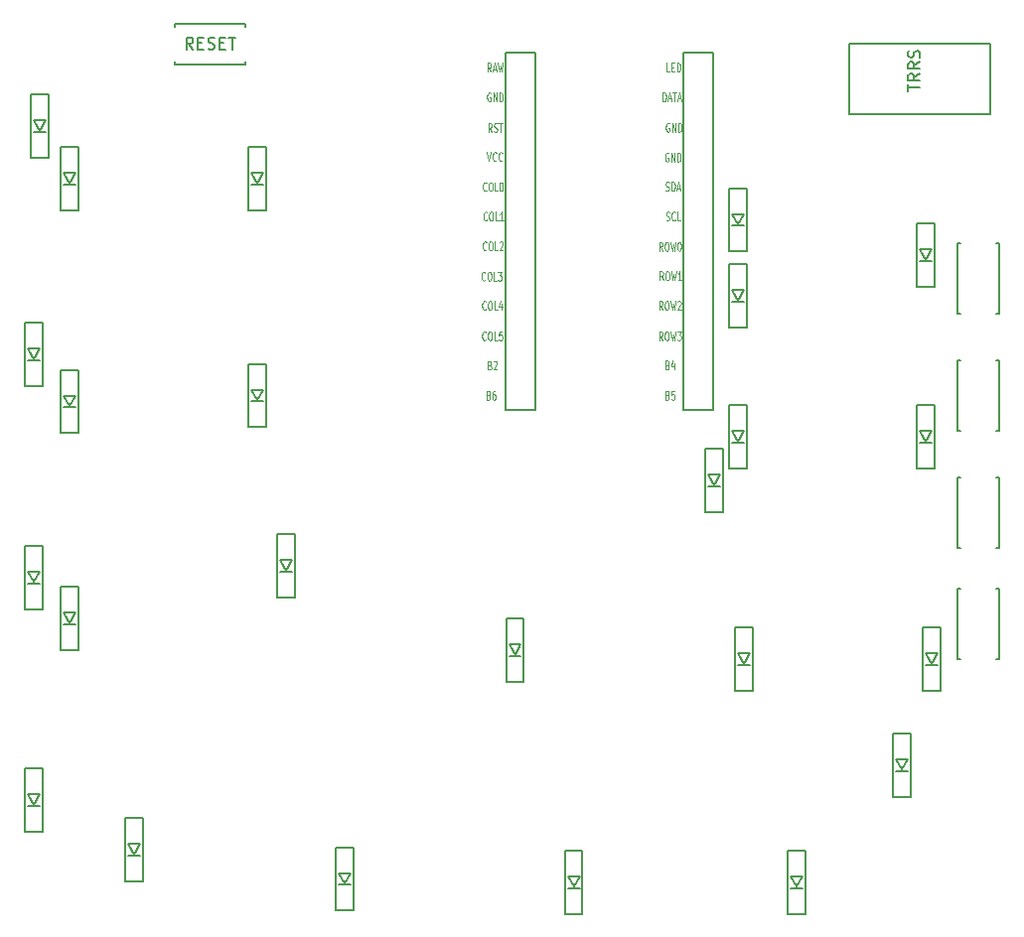
<source format=gbr>
G04 #@! TF.GenerationSoftware,KiCad,Pcbnew,(5.1.0)-1*
G04 #@! TF.CreationDate,2020-01-03T20:23:20+09:00*
G04 #@! TF.ProjectId,100cm^2,31303063-6d5e-4322-9e6b-696361645f70,rev?*
G04 #@! TF.SameCoordinates,Original*
G04 #@! TF.FileFunction,Legend,Top*
G04 #@! TF.FilePolarity,Positive*
%FSLAX46Y46*%
G04 Gerber Fmt 4.6, Leading zero omitted, Abs format (unit mm)*
G04 Created by KiCad (PCBNEW (5.1.0)-1) date 2020-01-03 20:23:20*
%MOMM*%
%LPD*%
G04 APERTURE LIST*
%ADD10C,0.150000*%
%ADD11C,0.125000*%
G04 APERTURE END LIST*
D10*
X167500000Y-60500000D02*
X168500000Y-60500000D01*
X168000000Y-60400000D02*
X167500000Y-59500000D01*
X168500000Y-59500000D02*
X168000000Y-60400000D01*
X167500000Y-59500000D02*
X168500000Y-59500000D01*
X167250000Y-57300000D02*
X168750000Y-57300000D01*
X167250000Y-62700000D02*
X168750000Y-62700000D01*
X167250000Y-57300000D02*
X167250000Y-62700000D01*
X168750000Y-62700000D02*
X168750000Y-57300000D01*
X168250000Y-82200000D02*
X168250000Y-76800000D01*
X166750000Y-76800000D02*
X166750000Y-82200000D01*
X166750000Y-82200000D02*
X168250000Y-82200000D01*
X166750000Y-76800000D02*
X168250000Y-76800000D01*
X167000000Y-79000000D02*
X168000000Y-79000000D01*
X168000000Y-79000000D02*
X167500000Y-79900000D01*
X167500000Y-79900000D02*
X167000000Y-79000000D01*
X167000000Y-80000000D02*
X168000000Y-80000000D01*
X167000000Y-99000000D02*
X168000000Y-99000000D01*
X167500000Y-98900000D02*
X167000000Y-98000000D01*
X168000000Y-98000000D02*
X167500000Y-98900000D01*
X167000000Y-98000000D02*
X168000000Y-98000000D01*
X166750000Y-95800000D02*
X168250000Y-95800000D01*
X166750000Y-101200000D02*
X168250000Y-101200000D01*
X166750000Y-95800000D02*
X166750000Y-101200000D01*
X168250000Y-101200000D02*
X168250000Y-95800000D01*
X167000000Y-118000000D02*
X168000000Y-118000000D01*
X167500000Y-117900000D02*
X167000000Y-117000000D01*
X168000000Y-117000000D02*
X167500000Y-117900000D01*
X167000000Y-117000000D02*
X168000000Y-117000000D01*
X166750000Y-114800000D02*
X168250000Y-114800000D01*
X166750000Y-120200000D02*
X168250000Y-120200000D01*
X166750000Y-114800000D02*
X166750000Y-120200000D01*
X168250000Y-120200000D02*
X168250000Y-114800000D01*
X171250000Y-67200000D02*
X171250000Y-61800000D01*
X169750000Y-61800000D02*
X169750000Y-67200000D01*
X169750000Y-67200000D02*
X171250000Y-67200000D01*
X169750000Y-61800000D02*
X171250000Y-61800000D01*
X170000000Y-64000000D02*
X171000000Y-64000000D01*
X171000000Y-64000000D02*
X170500000Y-64900000D01*
X170500000Y-64900000D02*
X170000000Y-64000000D01*
X170000000Y-65000000D02*
X171000000Y-65000000D01*
X171250000Y-86200000D02*
X171250000Y-80800000D01*
X169750000Y-80800000D02*
X169750000Y-86200000D01*
X169750000Y-86200000D02*
X171250000Y-86200000D01*
X169750000Y-80800000D02*
X171250000Y-80800000D01*
X170000000Y-83000000D02*
X171000000Y-83000000D01*
X171000000Y-83000000D02*
X170500000Y-83900000D01*
X170500000Y-83900000D02*
X170000000Y-83000000D01*
X170000000Y-84000000D02*
X171000000Y-84000000D01*
X171250000Y-104700000D02*
X171250000Y-99300000D01*
X169750000Y-99300000D02*
X169750000Y-104700000D01*
X169750000Y-104700000D02*
X171250000Y-104700000D01*
X169750000Y-99300000D02*
X171250000Y-99300000D01*
X170000000Y-101500000D02*
X171000000Y-101500000D01*
X171000000Y-101500000D02*
X170500000Y-102400000D01*
X170500000Y-102400000D02*
X170000000Y-101500000D01*
X170000000Y-102500000D02*
X171000000Y-102500000D01*
X175500000Y-122225000D02*
X176500000Y-122225000D01*
X176000000Y-122125000D02*
X175500000Y-121225000D01*
X176500000Y-121225000D02*
X176000000Y-122125000D01*
X175500000Y-121225000D02*
X176500000Y-121225000D01*
X175250000Y-119025000D02*
X176750000Y-119025000D01*
X175250000Y-124425000D02*
X176750000Y-124425000D01*
X175250000Y-119025000D02*
X175250000Y-124425000D01*
X176750000Y-124425000D02*
X176750000Y-119025000D01*
X187250000Y-67200000D02*
X187250000Y-61800000D01*
X185750000Y-61800000D02*
X185750000Y-67200000D01*
X185750000Y-67200000D02*
X187250000Y-67200000D01*
X185750000Y-61800000D02*
X187250000Y-61800000D01*
X186000000Y-64000000D02*
X187000000Y-64000000D01*
X187000000Y-64000000D02*
X186500000Y-64900000D01*
X186500000Y-64900000D02*
X186000000Y-64000000D01*
X186000000Y-65000000D02*
X187000000Y-65000000D01*
X186000000Y-83500000D02*
X187000000Y-83500000D01*
X186500000Y-83400000D02*
X186000000Y-82500000D01*
X187000000Y-82500000D02*
X186500000Y-83400000D01*
X186000000Y-82500000D02*
X187000000Y-82500000D01*
X185750000Y-80300000D02*
X187250000Y-80300000D01*
X185750000Y-85700000D02*
X187250000Y-85700000D01*
X185750000Y-80300000D02*
X185750000Y-85700000D01*
X187250000Y-85700000D02*
X187250000Y-80300000D01*
X188500000Y-98000000D02*
X189500000Y-98000000D01*
X189000000Y-97900000D02*
X188500000Y-97000000D01*
X189500000Y-97000000D02*
X189000000Y-97900000D01*
X188500000Y-97000000D02*
X189500000Y-97000000D01*
X188250000Y-94800000D02*
X189750000Y-94800000D01*
X188250000Y-100200000D02*
X189750000Y-100200000D01*
X188250000Y-94800000D02*
X188250000Y-100200000D01*
X189750000Y-100200000D02*
X189750000Y-94800000D01*
X193500000Y-124725000D02*
X194500000Y-124725000D01*
X194000000Y-124625000D02*
X193500000Y-123725000D01*
X194500000Y-123725000D02*
X194000000Y-124625000D01*
X193500000Y-123725000D02*
X194500000Y-123725000D01*
X193250000Y-121525000D02*
X194750000Y-121525000D01*
X193250000Y-126925000D02*
X194750000Y-126925000D01*
X193250000Y-121525000D02*
X193250000Y-126925000D01*
X194750000Y-126925000D02*
X194750000Y-121525000D01*
X227000000Y-68500000D02*
X228000000Y-68500000D01*
X227500000Y-68400000D02*
X227000000Y-67500000D01*
X228000000Y-67500000D02*
X227500000Y-68400000D01*
X227000000Y-67500000D02*
X228000000Y-67500000D01*
X226750000Y-65300000D02*
X228250000Y-65300000D01*
X226750000Y-70700000D02*
X228250000Y-70700000D01*
X226750000Y-65300000D02*
X226750000Y-70700000D01*
X228250000Y-70700000D02*
X228250000Y-65300000D01*
X226250000Y-92925000D02*
X226250000Y-87525000D01*
X224750000Y-87525000D02*
X224750000Y-92925000D01*
X224750000Y-92925000D02*
X226250000Y-92925000D01*
X224750000Y-87525000D02*
X226250000Y-87525000D01*
X225000000Y-89725000D02*
X226000000Y-89725000D01*
X226000000Y-89725000D02*
X225500000Y-90625000D01*
X225500000Y-90625000D02*
X225000000Y-89725000D01*
X225000000Y-90725000D02*
X226000000Y-90725000D01*
X209250000Y-107425000D02*
X209250000Y-102025000D01*
X207750000Y-102025000D02*
X207750000Y-107425000D01*
X207750000Y-107425000D02*
X209250000Y-107425000D01*
X207750000Y-102025000D02*
X209250000Y-102025000D01*
X208000000Y-104225000D02*
X209000000Y-104225000D01*
X209000000Y-104225000D02*
X208500000Y-105125000D01*
X208500000Y-105125000D02*
X208000000Y-104225000D01*
X208000000Y-105225000D02*
X209000000Y-105225000D01*
X214250000Y-127200000D02*
X214250000Y-121800000D01*
X212750000Y-121800000D02*
X212750000Y-127200000D01*
X212750000Y-127200000D02*
X214250000Y-127200000D01*
X212750000Y-121800000D02*
X214250000Y-121800000D01*
X213000000Y-124000000D02*
X214000000Y-124000000D01*
X214000000Y-124000000D02*
X213500000Y-124900000D01*
X213500000Y-124900000D02*
X213000000Y-124000000D01*
X213000000Y-125000000D02*
X214000000Y-125000000D01*
X227000000Y-75000000D02*
X228000000Y-75000000D01*
X227500000Y-74900000D02*
X227000000Y-74000000D01*
X228000000Y-74000000D02*
X227500000Y-74900000D01*
X227000000Y-74000000D02*
X228000000Y-74000000D01*
X226750000Y-71800000D02*
X228250000Y-71800000D01*
X226750000Y-77200000D02*
X228250000Y-77200000D01*
X226750000Y-71800000D02*
X226750000Y-77200000D01*
X228250000Y-77200000D02*
X228250000Y-71800000D01*
X228250000Y-89200000D02*
X228250000Y-83800000D01*
X226750000Y-83800000D02*
X226750000Y-89200000D01*
X226750000Y-89200000D02*
X228250000Y-89200000D01*
X226750000Y-83800000D02*
X228250000Y-83800000D01*
X227000000Y-86000000D02*
X228000000Y-86000000D01*
X228000000Y-86000000D02*
X227500000Y-86900000D01*
X227500000Y-86900000D02*
X227000000Y-86000000D01*
X227000000Y-87000000D02*
X228000000Y-87000000D01*
X227500000Y-106000000D02*
X228500000Y-106000000D01*
X228000000Y-105900000D02*
X227500000Y-105000000D01*
X228500000Y-105000000D02*
X228000000Y-105900000D01*
X227500000Y-105000000D02*
X228500000Y-105000000D01*
X227250000Y-102800000D02*
X228750000Y-102800000D01*
X227250000Y-108200000D02*
X228750000Y-108200000D01*
X227250000Y-102800000D02*
X227250000Y-108200000D01*
X228750000Y-108200000D02*
X228750000Y-102800000D01*
X233250000Y-127200000D02*
X233250000Y-121800000D01*
X231750000Y-121800000D02*
X231750000Y-127200000D01*
X231750000Y-127200000D02*
X233250000Y-127200000D01*
X231750000Y-121800000D02*
X233250000Y-121800000D01*
X232000000Y-124000000D02*
X233000000Y-124000000D01*
X233000000Y-124000000D02*
X232500000Y-124900000D01*
X232500000Y-124900000D02*
X232000000Y-124000000D01*
X232000000Y-125000000D02*
X233000000Y-125000000D01*
X244250000Y-73700000D02*
X244250000Y-68300000D01*
X242750000Y-68300000D02*
X242750000Y-73700000D01*
X242750000Y-73700000D02*
X244250000Y-73700000D01*
X242750000Y-68300000D02*
X244250000Y-68300000D01*
X243000000Y-70500000D02*
X244000000Y-70500000D01*
X244000000Y-70500000D02*
X243500000Y-71400000D01*
X243500000Y-71400000D02*
X243000000Y-70500000D01*
X243000000Y-71500000D02*
X244000000Y-71500000D01*
X243000000Y-87000000D02*
X244000000Y-87000000D01*
X243500000Y-86900000D02*
X243000000Y-86000000D01*
X244000000Y-86000000D02*
X243500000Y-86900000D01*
X243000000Y-86000000D02*
X244000000Y-86000000D01*
X242750000Y-83800000D02*
X244250000Y-83800000D01*
X242750000Y-89200000D02*
X244250000Y-89200000D01*
X242750000Y-83800000D02*
X242750000Y-89200000D01*
X244250000Y-89200000D02*
X244250000Y-83800000D01*
X244750000Y-108200000D02*
X244750000Y-102800000D01*
X243250000Y-102800000D02*
X243250000Y-108200000D01*
X243250000Y-108200000D02*
X244750000Y-108200000D01*
X243250000Y-102800000D02*
X244750000Y-102800000D01*
X243500000Y-105000000D02*
X244500000Y-105000000D01*
X244500000Y-105000000D02*
X244000000Y-105900000D01*
X244000000Y-105900000D02*
X243500000Y-105000000D01*
X243500000Y-106000000D02*
X244500000Y-106000000D01*
X241000000Y-115000000D02*
X242000000Y-115000000D01*
X241500000Y-114900000D02*
X241000000Y-114000000D01*
X242000000Y-114000000D02*
X241500000Y-114900000D01*
X241000000Y-114000000D02*
X242000000Y-114000000D01*
X240750000Y-111800000D02*
X242250000Y-111800000D01*
X240750000Y-117200000D02*
X242250000Y-117200000D01*
X240750000Y-111800000D02*
X240750000Y-117200000D01*
X242250000Y-117200000D02*
X242250000Y-111800000D01*
X249000000Y-53000000D02*
X249000000Y-59000000D01*
X249000000Y-59000000D02*
X237000000Y-59000000D01*
X237000000Y-59000000D02*
X237000000Y-53000000D01*
X237000000Y-53000000D02*
X249000000Y-53000000D01*
X179500000Y-54750000D02*
X185500000Y-54750000D01*
X185500000Y-54750000D02*
X185500000Y-54500000D01*
X179500000Y-54750000D02*
X179500000Y-54500000D01*
X179500000Y-51250000D02*
X179500000Y-51500000D01*
X179500000Y-51250000D02*
X185500000Y-51250000D01*
X185500000Y-51250000D02*
X185500000Y-51500000D01*
X246250000Y-70000000D02*
X246500000Y-70000000D01*
X246250000Y-76000000D02*
X246250000Y-70000000D01*
X246250000Y-76000000D02*
X246500000Y-76000000D01*
X249750000Y-76000000D02*
X249500000Y-76000000D01*
X249750000Y-70000000D02*
X249500000Y-70000000D01*
X249750000Y-76000000D02*
X249750000Y-70000000D01*
X249750000Y-86000000D02*
X249750000Y-80000000D01*
X249750000Y-80000000D02*
X249500000Y-80000000D01*
X249750000Y-86000000D02*
X249500000Y-86000000D01*
X246250000Y-86000000D02*
X246500000Y-86000000D01*
X246250000Y-86000000D02*
X246250000Y-80000000D01*
X246250000Y-80000000D02*
X246500000Y-80000000D01*
X246250000Y-90000000D02*
X246500000Y-90000000D01*
X246250000Y-96000000D02*
X246250000Y-90000000D01*
X246250000Y-96000000D02*
X246500000Y-96000000D01*
X249750000Y-96000000D02*
X249500000Y-96000000D01*
X249750000Y-90000000D02*
X249500000Y-90000000D01*
X249750000Y-96000000D02*
X249750000Y-90000000D01*
X249750000Y-105500000D02*
X249750000Y-99500000D01*
X249750000Y-99500000D02*
X249500000Y-99500000D01*
X249750000Y-105500000D02*
X249500000Y-105500000D01*
X246250000Y-105500000D02*
X246500000Y-105500000D01*
X246250000Y-105500000D02*
X246250000Y-99500000D01*
X246250000Y-99500000D02*
X246500000Y-99500000D01*
X222886400Y-84232000D02*
X222886400Y-53752000D01*
X225426400Y-84232000D02*
X222886400Y-84232000D01*
X225426400Y-53752000D02*
X225426400Y-84232000D01*
X222886400Y-53752000D02*
X225426400Y-53752000D01*
X207666400Y-84232000D02*
X207666400Y-53752000D01*
X210206400Y-84232000D02*
X207666400Y-84232000D01*
X210206400Y-53752000D02*
X210206400Y-84232000D01*
X207666400Y-53752000D02*
X210206400Y-53752000D01*
X242002380Y-57011904D02*
X242002380Y-56440476D01*
X243002380Y-56726190D02*
X242002380Y-56726190D01*
X243002380Y-55535714D02*
X242526190Y-55869047D01*
X243002380Y-56107142D02*
X242002380Y-56107142D01*
X242002380Y-55726190D01*
X242050000Y-55630952D01*
X242097619Y-55583333D01*
X242192857Y-55535714D01*
X242335714Y-55535714D01*
X242430952Y-55583333D01*
X242478571Y-55630952D01*
X242526190Y-55726190D01*
X242526190Y-56107142D01*
X243002380Y-54535714D02*
X242526190Y-54869047D01*
X243002380Y-55107142D02*
X242002380Y-55107142D01*
X242002380Y-54726190D01*
X242050000Y-54630952D01*
X242097619Y-54583333D01*
X242192857Y-54535714D01*
X242335714Y-54535714D01*
X242430952Y-54583333D01*
X242478571Y-54630952D01*
X242526190Y-54726190D01*
X242526190Y-55107142D01*
X242954761Y-54154761D02*
X243002380Y-54011904D01*
X243002380Y-53773809D01*
X242954761Y-53678571D01*
X242907142Y-53630952D01*
X242811904Y-53583333D01*
X242716666Y-53583333D01*
X242621428Y-53630952D01*
X242573809Y-53678571D01*
X242526190Y-53773809D01*
X242478571Y-53964285D01*
X242430952Y-54059523D01*
X242383333Y-54107142D01*
X242288095Y-54154761D01*
X242192857Y-54154761D01*
X242097619Y-54107142D01*
X242050000Y-54059523D01*
X242002380Y-53964285D01*
X242002380Y-53726190D01*
X242050000Y-53583333D01*
X181047619Y-53452380D02*
X180714285Y-52976190D01*
X180476190Y-53452380D02*
X180476190Y-52452380D01*
X180857142Y-52452380D01*
X180952380Y-52500000D01*
X181000000Y-52547619D01*
X181047619Y-52642857D01*
X181047619Y-52785714D01*
X181000000Y-52880952D01*
X180952380Y-52928571D01*
X180857142Y-52976190D01*
X180476190Y-52976190D01*
X181476190Y-52928571D02*
X181809523Y-52928571D01*
X181952380Y-53452380D02*
X181476190Y-53452380D01*
X181476190Y-52452380D01*
X181952380Y-52452380D01*
X182333333Y-53404761D02*
X182476190Y-53452380D01*
X182714285Y-53452380D01*
X182809523Y-53404761D01*
X182857142Y-53357142D01*
X182904761Y-53261904D01*
X182904761Y-53166666D01*
X182857142Y-53071428D01*
X182809523Y-53023809D01*
X182714285Y-52976190D01*
X182523809Y-52928571D01*
X182428571Y-52880952D01*
X182380952Y-52833333D01*
X182333333Y-52738095D01*
X182333333Y-52642857D01*
X182380952Y-52547619D01*
X182428571Y-52500000D01*
X182523809Y-52452380D01*
X182761904Y-52452380D01*
X182904761Y-52500000D01*
X183333333Y-52928571D02*
X183666666Y-52928571D01*
X183809523Y-53452380D02*
X183333333Y-53452380D01*
X183333333Y-52452380D01*
X183809523Y-52452380D01*
X184095238Y-52452380D02*
X184666666Y-52452380D01*
X184380952Y-53452380D02*
X184380952Y-52452380D01*
D11*
X221119047Y-73141285D02*
X220952380Y-72784142D01*
X220833333Y-73141285D02*
X220833333Y-72391285D01*
X221023809Y-72391285D01*
X221071428Y-72427000D01*
X221095238Y-72462714D01*
X221119047Y-72534142D01*
X221119047Y-72641285D01*
X221095238Y-72712714D01*
X221071428Y-72748428D01*
X221023809Y-72784142D01*
X220833333Y-72784142D01*
X221428571Y-72391285D02*
X221523809Y-72391285D01*
X221571428Y-72427000D01*
X221619047Y-72498428D01*
X221642857Y-72641285D01*
X221642857Y-72891285D01*
X221619047Y-73034142D01*
X221571428Y-73105571D01*
X221523809Y-73141285D01*
X221428571Y-73141285D01*
X221380952Y-73105571D01*
X221333333Y-73034142D01*
X221309523Y-72891285D01*
X221309523Y-72641285D01*
X221333333Y-72498428D01*
X221380952Y-72427000D01*
X221428571Y-72391285D01*
X221809523Y-72391285D02*
X221928571Y-73141285D01*
X222023809Y-72605571D01*
X222119047Y-73141285D01*
X222238095Y-72391285D01*
X222690476Y-73141285D02*
X222404761Y-73141285D01*
X222547619Y-73141285D02*
X222547619Y-72391285D01*
X222500000Y-72498428D01*
X222452380Y-72569857D01*
X222404761Y-72605571D01*
X206002380Y-75617857D02*
X205978571Y-75653571D01*
X205907142Y-75689285D01*
X205859523Y-75689285D01*
X205788095Y-75653571D01*
X205740476Y-75582142D01*
X205716666Y-75510714D01*
X205692857Y-75367857D01*
X205692857Y-75260714D01*
X205716666Y-75117857D01*
X205740476Y-75046428D01*
X205788095Y-74975000D01*
X205859523Y-74939285D01*
X205907142Y-74939285D01*
X205978571Y-74975000D01*
X206002380Y-75010714D01*
X206311904Y-74939285D02*
X206407142Y-74939285D01*
X206454761Y-74975000D01*
X206502380Y-75046428D01*
X206526190Y-75189285D01*
X206526190Y-75439285D01*
X206502380Y-75582142D01*
X206454761Y-75653571D01*
X206407142Y-75689285D01*
X206311904Y-75689285D01*
X206264285Y-75653571D01*
X206216666Y-75582142D01*
X206192857Y-75439285D01*
X206192857Y-75189285D01*
X206216666Y-75046428D01*
X206264285Y-74975000D01*
X206311904Y-74939285D01*
X206978571Y-75689285D02*
X206740476Y-75689285D01*
X206740476Y-74939285D01*
X207359523Y-75189285D02*
X207359523Y-75689285D01*
X207240476Y-74903571D02*
X207121428Y-75439285D01*
X207430952Y-75439285D01*
X221069047Y-75689285D02*
X220902380Y-75332142D01*
X220783333Y-75689285D02*
X220783333Y-74939285D01*
X220973809Y-74939285D01*
X221021428Y-74975000D01*
X221045238Y-75010714D01*
X221069047Y-75082142D01*
X221069047Y-75189285D01*
X221045238Y-75260714D01*
X221021428Y-75296428D01*
X220973809Y-75332142D01*
X220783333Y-75332142D01*
X221378571Y-74939285D02*
X221473809Y-74939285D01*
X221521428Y-74975000D01*
X221569047Y-75046428D01*
X221592857Y-75189285D01*
X221592857Y-75439285D01*
X221569047Y-75582142D01*
X221521428Y-75653571D01*
X221473809Y-75689285D01*
X221378571Y-75689285D01*
X221330952Y-75653571D01*
X221283333Y-75582142D01*
X221259523Y-75439285D01*
X221259523Y-75189285D01*
X221283333Y-75046428D01*
X221330952Y-74975000D01*
X221378571Y-74939285D01*
X221759523Y-74939285D02*
X221878571Y-75689285D01*
X221973809Y-75153571D01*
X222069047Y-75689285D01*
X222188095Y-74939285D01*
X222354761Y-75010714D02*
X222378571Y-74975000D01*
X222426190Y-74939285D01*
X222545238Y-74939285D01*
X222592857Y-74975000D01*
X222616666Y-75010714D01*
X222640476Y-75082142D01*
X222640476Y-75153571D01*
X222616666Y-75260714D01*
X222330952Y-75689285D01*
X222640476Y-75689285D01*
X206002380Y-78213357D02*
X205978571Y-78249071D01*
X205907142Y-78284785D01*
X205859523Y-78284785D01*
X205788095Y-78249071D01*
X205740476Y-78177642D01*
X205716666Y-78106214D01*
X205692857Y-77963357D01*
X205692857Y-77856214D01*
X205716666Y-77713357D01*
X205740476Y-77641928D01*
X205788095Y-77570500D01*
X205859523Y-77534785D01*
X205907142Y-77534785D01*
X205978571Y-77570500D01*
X206002380Y-77606214D01*
X206311904Y-77534785D02*
X206407142Y-77534785D01*
X206454761Y-77570500D01*
X206502380Y-77641928D01*
X206526190Y-77784785D01*
X206526190Y-78034785D01*
X206502380Y-78177642D01*
X206454761Y-78249071D01*
X206407142Y-78284785D01*
X206311904Y-78284785D01*
X206264285Y-78249071D01*
X206216666Y-78177642D01*
X206192857Y-78034785D01*
X206192857Y-77784785D01*
X206216666Y-77641928D01*
X206264285Y-77570500D01*
X206311904Y-77534785D01*
X206978571Y-78284785D02*
X206740476Y-78284785D01*
X206740476Y-77534785D01*
X207383333Y-77534785D02*
X207145238Y-77534785D01*
X207121428Y-77891928D01*
X207145238Y-77856214D01*
X207192857Y-77820500D01*
X207311904Y-77820500D01*
X207359523Y-77856214D01*
X207383333Y-77891928D01*
X207407142Y-77963357D01*
X207407142Y-78141928D01*
X207383333Y-78213357D01*
X207359523Y-78249071D01*
X207311904Y-78284785D01*
X207192857Y-78284785D01*
X207145238Y-78249071D01*
X207121428Y-78213357D01*
X221069047Y-78284785D02*
X220902380Y-77927642D01*
X220783333Y-78284785D02*
X220783333Y-77534785D01*
X220973809Y-77534785D01*
X221021428Y-77570500D01*
X221045238Y-77606214D01*
X221069047Y-77677642D01*
X221069047Y-77784785D01*
X221045238Y-77856214D01*
X221021428Y-77891928D01*
X220973809Y-77927642D01*
X220783333Y-77927642D01*
X221378571Y-77534785D02*
X221473809Y-77534785D01*
X221521428Y-77570500D01*
X221569047Y-77641928D01*
X221592857Y-77784785D01*
X221592857Y-78034785D01*
X221569047Y-78177642D01*
X221521428Y-78249071D01*
X221473809Y-78284785D01*
X221378571Y-78284785D01*
X221330952Y-78249071D01*
X221283333Y-78177642D01*
X221259523Y-78034785D01*
X221259523Y-77784785D01*
X221283333Y-77641928D01*
X221330952Y-77570500D01*
X221378571Y-77534785D01*
X221759523Y-77534785D02*
X221878571Y-78284785D01*
X221973809Y-77749071D01*
X222069047Y-78284785D01*
X222188095Y-77534785D01*
X222330952Y-77534785D02*
X222640476Y-77534785D01*
X222473809Y-77820500D01*
X222545238Y-77820500D01*
X222592857Y-77856214D01*
X222616666Y-77891928D01*
X222640476Y-77963357D01*
X222640476Y-78141928D01*
X222616666Y-78213357D01*
X222592857Y-78249071D01*
X222545238Y-78284785D01*
X222402380Y-78284785D01*
X222354761Y-78249071D01*
X222330952Y-78213357D01*
X206347619Y-80396428D02*
X206419047Y-80432142D01*
X206442857Y-80467857D01*
X206466666Y-80539285D01*
X206466666Y-80646428D01*
X206442857Y-80717857D01*
X206419047Y-80753571D01*
X206371428Y-80789285D01*
X206180952Y-80789285D01*
X206180952Y-80039285D01*
X206347619Y-80039285D01*
X206395238Y-80075000D01*
X206419047Y-80110714D01*
X206442857Y-80182142D01*
X206442857Y-80253571D01*
X206419047Y-80325000D01*
X206395238Y-80360714D01*
X206347619Y-80396428D01*
X206180952Y-80396428D01*
X206657142Y-80110714D02*
X206680952Y-80075000D01*
X206728571Y-80039285D01*
X206847619Y-80039285D01*
X206895238Y-80075000D01*
X206919047Y-80110714D01*
X206942857Y-80182142D01*
X206942857Y-80253571D01*
X206919047Y-80360714D01*
X206633333Y-80789285D01*
X206942857Y-80789285D01*
X221497619Y-80368428D02*
X221569047Y-80404142D01*
X221592857Y-80439857D01*
X221616666Y-80511285D01*
X221616666Y-80618428D01*
X221592857Y-80689857D01*
X221569047Y-80725571D01*
X221521428Y-80761285D01*
X221330952Y-80761285D01*
X221330952Y-80011285D01*
X221497619Y-80011285D01*
X221545238Y-80047000D01*
X221569047Y-80082714D01*
X221592857Y-80154142D01*
X221592857Y-80225571D01*
X221569047Y-80297000D01*
X221545238Y-80332714D01*
X221497619Y-80368428D01*
X221330952Y-80368428D01*
X222045238Y-80261285D02*
X222045238Y-80761285D01*
X221926190Y-79975571D02*
X221807142Y-80511285D01*
X222116666Y-80511285D01*
X221497619Y-82971928D02*
X221569047Y-83007642D01*
X221592857Y-83043357D01*
X221616666Y-83114785D01*
X221616666Y-83221928D01*
X221592857Y-83293357D01*
X221569047Y-83329071D01*
X221521428Y-83364785D01*
X221330952Y-83364785D01*
X221330952Y-82614785D01*
X221497619Y-82614785D01*
X221545238Y-82650500D01*
X221569047Y-82686214D01*
X221592857Y-82757642D01*
X221592857Y-82829071D01*
X221569047Y-82900500D01*
X221545238Y-82936214D01*
X221497619Y-82971928D01*
X221330952Y-82971928D01*
X222069047Y-82614785D02*
X221830952Y-82614785D01*
X221807142Y-82971928D01*
X221830952Y-82936214D01*
X221878571Y-82900500D01*
X221997619Y-82900500D01*
X222045238Y-82936214D01*
X222069047Y-82971928D01*
X222092857Y-83043357D01*
X222092857Y-83221928D01*
X222069047Y-83293357D01*
X222045238Y-83329071D01*
X221997619Y-83364785D01*
X221878571Y-83364785D01*
X221830952Y-83329071D01*
X221807142Y-83293357D01*
X206247619Y-82946428D02*
X206319047Y-82982142D01*
X206342857Y-83017857D01*
X206366666Y-83089285D01*
X206366666Y-83196428D01*
X206342857Y-83267857D01*
X206319047Y-83303571D01*
X206271428Y-83339285D01*
X206080952Y-83339285D01*
X206080952Y-82589285D01*
X206247619Y-82589285D01*
X206295238Y-82625000D01*
X206319047Y-82660714D01*
X206342857Y-82732142D01*
X206342857Y-82803571D01*
X206319047Y-82875000D01*
X206295238Y-82910714D01*
X206247619Y-82946428D01*
X206080952Y-82946428D01*
X206795238Y-82589285D02*
X206700000Y-82589285D01*
X206652380Y-82625000D01*
X206628571Y-82660714D01*
X206580952Y-82767857D01*
X206557142Y-82910714D01*
X206557142Y-83196428D01*
X206580952Y-83267857D01*
X206604761Y-83303571D01*
X206652380Y-83339285D01*
X206747619Y-83339285D01*
X206795238Y-83303571D01*
X206819047Y-83267857D01*
X206842857Y-83196428D01*
X206842857Y-83017857D01*
X206819047Y-82946428D01*
X206795238Y-82910714D01*
X206747619Y-82875000D01*
X206652380Y-82875000D01*
X206604761Y-82910714D01*
X206580952Y-82946428D01*
X206557142Y-83017857D01*
X206052380Y-65467857D02*
X206028571Y-65503571D01*
X205957142Y-65539285D01*
X205909523Y-65539285D01*
X205838095Y-65503571D01*
X205790476Y-65432142D01*
X205766666Y-65360714D01*
X205742857Y-65217857D01*
X205742857Y-65110714D01*
X205766666Y-64967857D01*
X205790476Y-64896428D01*
X205838095Y-64825000D01*
X205909523Y-64789285D01*
X205957142Y-64789285D01*
X206028571Y-64825000D01*
X206052380Y-64860714D01*
X206361904Y-64789285D02*
X206457142Y-64789285D01*
X206504761Y-64825000D01*
X206552380Y-64896428D01*
X206576190Y-65039285D01*
X206576190Y-65289285D01*
X206552380Y-65432142D01*
X206504761Y-65503571D01*
X206457142Y-65539285D01*
X206361904Y-65539285D01*
X206314285Y-65503571D01*
X206266666Y-65432142D01*
X206242857Y-65289285D01*
X206242857Y-65039285D01*
X206266666Y-64896428D01*
X206314285Y-64825000D01*
X206361904Y-64789285D01*
X207028571Y-65539285D02*
X206790476Y-65539285D01*
X206790476Y-64789285D01*
X207290476Y-64789285D02*
X207338095Y-64789285D01*
X207385714Y-64825000D01*
X207409523Y-64860714D01*
X207433333Y-64932142D01*
X207457142Y-65075000D01*
X207457142Y-65253571D01*
X207433333Y-65396428D01*
X207409523Y-65467857D01*
X207385714Y-65503571D01*
X207338095Y-65539285D01*
X207290476Y-65539285D01*
X207242857Y-65503571D01*
X207219047Y-65467857D01*
X207195238Y-65396428D01*
X207171428Y-65253571D01*
X207171428Y-65075000D01*
X207195238Y-64932142D01*
X207219047Y-64860714D01*
X207242857Y-64825000D01*
X207290476Y-64789285D01*
X221353857Y-65485571D02*
X221425285Y-65521285D01*
X221544333Y-65521285D01*
X221591952Y-65485571D01*
X221615761Y-65449857D01*
X221639571Y-65378428D01*
X221639571Y-65307000D01*
X221615761Y-65235571D01*
X221591952Y-65199857D01*
X221544333Y-65164142D01*
X221449095Y-65128428D01*
X221401476Y-65092714D01*
X221377666Y-65057000D01*
X221353857Y-64985571D01*
X221353857Y-64914142D01*
X221377666Y-64842714D01*
X221401476Y-64807000D01*
X221449095Y-64771285D01*
X221568142Y-64771285D01*
X221639571Y-64807000D01*
X221853857Y-65521285D02*
X221853857Y-64771285D01*
X221972904Y-64771285D01*
X222044333Y-64807000D01*
X222091952Y-64878428D01*
X222115761Y-64949857D01*
X222139571Y-65092714D01*
X222139571Y-65199857D01*
X222115761Y-65342714D01*
X222091952Y-65414142D01*
X222044333Y-65485571D01*
X221972904Y-65521285D01*
X221853857Y-65521285D01*
X222330047Y-65307000D02*
X222568142Y-65307000D01*
X222282428Y-65521285D02*
X222449095Y-64771285D01*
X222615761Y-65521285D01*
X206102380Y-67989857D02*
X206078571Y-68025571D01*
X206007142Y-68061285D01*
X205959523Y-68061285D01*
X205888095Y-68025571D01*
X205840476Y-67954142D01*
X205816666Y-67882714D01*
X205792857Y-67739857D01*
X205792857Y-67632714D01*
X205816666Y-67489857D01*
X205840476Y-67418428D01*
X205888095Y-67347000D01*
X205959523Y-67311285D01*
X206007142Y-67311285D01*
X206078571Y-67347000D01*
X206102380Y-67382714D01*
X206411904Y-67311285D02*
X206507142Y-67311285D01*
X206554761Y-67347000D01*
X206602380Y-67418428D01*
X206626190Y-67561285D01*
X206626190Y-67811285D01*
X206602380Y-67954142D01*
X206554761Y-68025571D01*
X206507142Y-68061285D01*
X206411904Y-68061285D01*
X206364285Y-68025571D01*
X206316666Y-67954142D01*
X206292857Y-67811285D01*
X206292857Y-67561285D01*
X206316666Y-67418428D01*
X206364285Y-67347000D01*
X206411904Y-67311285D01*
X207078571Y-68061285D02*
X206840476Y-68061285D01*
X206840476Y-67311285D01*
X207507142Y-68061285D02*
X207221428Y-68061285D01*
X207364285Y-68061285D02*
X207364285Y-67311285D01*
X207316666Y-67418428D01*
X207269047Y-67489857D01*
X207221428Y-67525571D01*
X221365761Y-68025571D02*
X221437190Y-68061285D01*
X221556238Y-68061285D01*
X221603857Y-68025571D01*
X221627666Y-67989857D01*
X221651476Y-67918428D01*
X221651476Y-67847000D01*
X221627666Y-67775571D01*
X221603857Y-67739857D01*
X221556238Y-67704142D01*
X221461000Y-67668428D01*
X221413380Y-67632714D01*
X221389571Y-67597000D01*
X221365761Y-67525571D01*
X221365761Y-67454142D01*
X221389571Y-67382714D01*
X221413380Y-67347000D01*
X221461000Y-67311285D01*
X221580047Y-67311285D01*
X221651476Y-67347000D01*
X222151476Y-67989857D02*
X222127666Y-68025571D01*
X222056238Y-68061285D01*
X222008619Y-68061285D01*
X221937190Y-68025571D01*
X221889571Y-67954142D01*
X221865761Y-67882714D01*
X221841952Y-67739857D01*
X221841952Y-67632714D01*
X221865761Y-67489857D01*
X221889571Y-67418428D01*
X221937190Y-67347000D01*
X222008619Y-67311285D01*
X222056238Y-67311285D01*
X222127666Y-67347000D01*
X222151476Y-67382714D01*
X222603857Y-68061285D02*
X222365761Y-68061285D01*
X222365761Y-67311285D01*
X206052380Y-70529857D02*
X206028571Y-70565571D01*
X205957142Y-70601285D01*
X205909523Y-70601285D01*
X205838095Y-70565571D01*
X205790476Y-70494142D01*
X205766666Y-70422714D01*
X205742857Y-70279857D01*
X205742857Y-70172714D01*
X205766666Y-70029857D01*
X205790476Y-69958428D01*
X205838095Y-69887000D01*
X205909523Y-69851285D01*
X205957142Y-69851285D01*
X206028571Y-69887000D01*
X206052380Y-69922714D01*
X206361904Y-69851285D02*
X206457142Y-69851285D01*
X206504761Y-69887000D01*
X206552380Y-69958428D01*
X206576190Y-70101285D01*
X206576190Y-70351285D01*
X206552380Y-70494142D01*
X206504761Y-70565571D01*
X206457142Y-70601285D01*
X206361904Y-70601285D01*
X206314285Y-70565571D01*
X206266666Y-70494142D01*
X206242857Y-70351285D01*
X206242857Y-70101285D01*
X206266666Y-69958428D01*
X206314285Y-69887000D01*
X206361904Y-69851285D01*
X207028571Y-70601285D02*
X206790476Y-70601285D01*
X206790476Y-69851285D01*
X207171428Y-69922714D02*
X207195238Y-69887000D01*
X207242857Y-69851285D01*
X207361904Y-69851285D01*
X207409523Y-69887000D01*
X207433333Y-69922714D01*
X207457142Y-69994142D01*
X207457142Y-70065571D01*
X207433333Y-70172714D01*
X207147619Y-70601285D01*
X207457142Y-70601285D01*
X221069047Y-70639285D02*
X220902380Y-70282142D01*
X220783333Y-70639285D02*
X220783333Y-69889285D01*
X220973809Y-69889285D01*
X221021428Y-69925000D01*
X221045238Y-69960714D01*
X221069047Y-70032142D01*
X221069047Y-70139285D01*
X221045238Y-70210714D01*
X221021428Y-70246428D01*
X220973809Y-70282142D01*
X220783333Y-70282142D01*
X221378571Y-69889285D02*
X221473809Y-69889285D01*
X221521428Y-69925000D01*
X221569047Y-69996428D01*
X221592857Y-70139285D01*
X221592857Y-70389285D01*
X221569047Y-70532142D01*
X221521428Y-70603571D01*
X221473809Y-70639285D01*
X221378571Y-70639285D01*
X221330952Y-70603571D01*
X221283333Y-70532142D01*
X221259523Y-70389285D01*
X221259523Y-70139285D01*
X221283333Y-69996428D01*
X221330952Y-69925000D01*
X221378571Y-69889285D01*
X221759523Y-69889285D02*
X221878571Y-70639285D01*
X221973809Y-70103571D01*
X222069047Y-70639285D01*
X222188095Y-69889285D01*
X222473809Y-69889285D02*
X222521428Y-69889285D01*
X222569047Y-69925000D01*
X222592857Y-69960714D01*
X222616666Y-70032142D01*
X222640476Y-70175000D01*
X222640476Y-70353571D01*
X222616666Y-70496428D01*
X222592857Y-70567857D01*
X222569047Y-70603571D01*
X222521428Y-70639285D01*
X222473809Y-70639285D01*
X222426190Y-70603571D01*
X222402380Y-70567857D01*
X222378571Y-70496428D01*
X222354761Y-70353571D01*
X222354761Y-70175000D01*
X222378571Y-70032142D01*
X222402380Y-69960714D01*
X222426190Y-69925000D01*
X222473809Y-69889285D01*
X205952380Y-73117857D02*
X205928571Y-73153571D01*
X205857142Y-73189285D01*
X205809523Y-73189285D01*
X205738095Y-73153571D01*
X205690476Y-73082142D01*
X205666666Y-73010714D01*
X205642857Y-72867857D01*
X205642857Y-72760714D01*
X205666666Y-72617857D01*
X205690476Y-72546428D01*
X205738095Y-72475000D01*
X205809523Y-72439285D01*
X205857142Y-72439285D01*
X205928571Y-72475000D01*
X205952380Y-72510714D01*
X206261904Y-72439285D02*
X206357142Y-72439285D01*
X206404761Y-72475000D01*
X206452380Y-72546428D01*
X206476190Y-72689285D01*
X206476190Y-72939285D01*
X206452380Y-73082142D01*
X206404761Y-73153571D01*
X206357142Y-73189285D01*
X206261904Y-73189285D01*
X206214285Y-73153571D01*
X206166666Y-73082142D01*
X206142857Y-72939285D01*
X206142857Y-72689285D01*
X206166666Y-72546428D01*
X206214285Y-72475000D01*
X206261904Y-72439285D01*
X206928571Y-73189285D02*
X206690476Y-73189285D01*
X206690476Y-72439285D01*
X207047619Y-72439285D02*
X207357142Y-72439285D01*
X207190476Y-72725000D01*
X207261904Y-72725000D01*
X207309523Y-72760714D01*
X207333333Y-72796428D01*
X207357142Y-72867857D01*
X207357142Y-73046428D01*
X207333333Y-73117857D01*
X207309523Y-73153571D01*
X207261904Y-73189285D01*
X207119047Y-73189285D01*
X207071428Y-73153571D01*
X207047619Y-73117857D01*
X221580047Y-62330500D02*
X221532428Y-62294785D01*
X221461000Y-62294785D01*
X221389571Y-62330500D01*
X221341952Y-62401928D01*
X221318142Y-62473357D01*
X221294333Y-62616214D01*
X221294333Y-62723357D01*
X221318142Y-62866214D01*
X221341952Y-62937642D01*
X221389571Y-63009071D01*
X221461000Y-63044785D01*
X221508619Y-63044785D01*
X221580047Y-63009071D01*
X221603857Y-62973357D01*
X221603857Y-62723357D01*
X221508619Y-62723357D01*
X221818142Y-63044785D02*
X221818142Y-62294785D01*
X222103857Y-63044785D01*
X222103857Y-62294785D01*
X222341952Y-63044785D02*
X222341952Y-62294785D01*
X222461000Y-62294785D01*
X222532428Y-62330500D01*
X222580047Y-62401928D01*
X222603857Y-62473357D01*
X222627666Y-62616214D01*
X222627666Y-62723357D01*
X222603857Y-62866214D01*
X222580047Y-62937642D01*
X222532428Y-63009071D01*
X222461000Y-63044785D01*
X222341952Y-63044785D01*
X206117833Y-62231285D02*
X206284500Y-62981285D01*
X206451166Y-62231285D01*
X206903547Y-62909857D02*
X206879738Y-62945571D01*
X206808309Y-62981285D01*
X206760690Y-62981285D01*
X206689261Y-62945571D01*
X206641642Y-62874142D01*
X206617833Y-62802714D01*
X206594023Y-62659857D01*
X206594023Y-62552714D01*
X206617833Y-62409857D01*
X206641642Y-62338428D01*
X206689261Y-62267000D01*
X206760690Y-62231285D01*
X206808309Y-62231285D01*
X206879738Y-62267000D01*
X206903547Y-62302714D01*
X207403547Y-62909857D02*
X207379738Y-62945571D01*
X207308309Y-62981285D01*
X207260690Y-62981285D01*
X207189261Y-62945571D01*
X207141642Y-62874142D01*
X207117833Y-62802714D01*
X207094023Y-62659857D01*
X207094023Y-62552714D01*
X207117833Y-62409857D01*
X207141642Y-62338428D01*
X207189261Y-62267000D01*
X207260690Y-62231285D01*
X207308309Y-62231285D01*
X207379738Y-62267000D01*
X207403547Y-62302714D01*
X221643547Y-59790500D02*
X221595928Y-59754785D01*
X221524500Y-59754785D01*
X221453071Y-59790500D01*
X221405452Y-59861928D01*
X221381642Y-59933357D01*
X221357833Y-60076214D01*
X221357833Y-60183357D01*
X221381642Y-60326214D01*
X221405452Y-60397642D01*
X221453071Y-60469071D01*
X221524500Y-60504785D01*
X221572119Y-60504785D01*
X221643547Y-60469071D01*
X221667357Y-60433357D01*
X221667357Y-60183357D01*
X221572119Y-60183357D01*
X221881642Y-60504785D02*
X221881642Y-59754785D01*
X222167357Y-60504785D01*
X222167357Y-59754785D01*
X222405452Y-60504785D02*
X222405452Y-59754785D01*
X222524500Y-59754785D01*
X222595928Y-59790500D01*
X222643547Y-59861928D01*
X222667357Y-59933357D01*
X222691166Y-60076214D01*
X222691166Y-60183357D01*
X222667357Y-60326214D01*
X222643547Y-60397642D01*
X222595928Y-60469071D01*
X222524500Y-60504785D01*
X222405452Y-60504785D01*
X206510690Y-60504785D02*
X206344023Y-60147642D01*
X206224976Y-60504785D02*
X206224976Y-59754785D01*
X206415452Y-59754785D01*
X206463071Y-59790500D01*
X206486880Y-59826214D01*
X206510690Y-59897642D01*
X206510690Y-60004785D01*
X206486880Y-60076214D01*
X206463071Y-60111928D01*
X206415452Y-60147642D01*
X206224976Y-60147642D01*
X206701166Y-60469071D02*
X206772595Y-60504785D01*
X206891642Y-60504785D01*
X206939261Y-60469071D01*
X206963071Y-60433357D01*
X206986880Y-60361928D01*
X206986880Y-60290500D01*
X206963071Y-60219071D01*
X206939261Y-60183357D01*
X206891642Y-60147642D01*
X206796404Y-60111928D01*
X206748785Y-60076214D01*
X206724976Y-60040500D01*
X206701166Y-59969071D01*
X206701166Y-59897642D01*
X206724976Y-59826214D01*
X206748785Y-59790500D01*
X206796404Y-59754785D01*
X206915452Y-59754785D01*
X206986880Y-59790500D01*
X207129738Y-59754785D02*
X207415452Y-59754785D01*
X207272595Y-60504785D02*
X207272595Y-59754785D01*
X221100000Y-57889285D02*
X221100000Y-57139285D01*
X221219047Y-57139285D01*
X221290476Y-57175000D01*
X221338095Y-57246428D01*
X221361904Y-57317857D01*
X221385714Y-57460714D01*
X221385714Y-57567857D01*
X221361904Y-57710714D01*
X221338095Y-57782142D01*
X221290476Y-57853571D01*
X221219047Y-57889285D01*
X221100000Y-57889285D01*
X221576190Y-57675000D02*
X221814285Y-57675000D01*
X221528571Y-57889285D02*
X221695238Y-57139285D01*
X221861904Y-57889285D01*
X221957142Y-57139285D02*
X222242857Y-57139285D01*
X222100000Y-57889285D02*
X222100000Y-57139285D01*
X222385714Y-57675000D02*
X222623809Y-57675000D01*
X222338095Y-57889285D02*
X222504761Y-57139285D01*
X222671428Y-57889285D01*
X206403547Y-57187000D02*
X206355928Y-57151285D01*
X206284500Y-57151285D01*
X206213071Y-57187000D01*
X206165452Y-57258428D01*
X206141642Y-57329857D01*
X206117833Y-57472714D01*
X206117833Y-57579857D01*
X206141642Y-57722714D01*
X206165452Y-57794142D01*
X206213071Y-57865571D01*
X206284500Y-57901285D01*
X206332119Y-57901285D01*
X206403547Y-57865571D01*
X206427357Y-57829857D01*
X206427357Y-57579857D01*
X206332119Y-57579857D01*
X206641642Y-57901285D02*
X206641642Y-57151285D01*
X206927357Y-57901285D01*
X206927357Y-57151285D01*
X207165452Y-57901285D02*
X207165452Y-57151285D01*
X207284500Y-57151285D01*
X207355928Y-57187000D01*
X207403547Y-57258428D01*
X207427357Y-57329857D01*
X207451166Y-57472714D01*
X207451166Y-57579857D01*
X207427357Y-57722714D01*
X207403547Y-57794142D01*
X207355928Y-57865571D01*
X207284500Y-57901285D01*
X207165452Y-57901285D01*
X221678571Y-55361285D02*
X221440476Y-55361285D01*
X221440476Y-54611285D01*
X221845238Y-54968428D02*
X222011904Y-54968428D01*
X222083333Y-55361285D02*
X221845238Y-55361285D01*
X221845238Y-54611285D01*
X222083333Y-54611285D01*
X222297619Y-55361285D02*
X222297619Y-54611285D01*
X222416666Y-54611285D01*
X222488095Y-54647000D01*
X222535714Y-54718428D01*
X222559523Y-54789857D01*
X222583333Y-54932714D01*
X222583333Y-55039857D01*
X222559523Y-55182714D01*
X222535714Y-55254142D01*
X222488095Y-55325571D01*
X222416666Y-55361285D01*
X222297619Y-55361285D01*
X206439261Y-55361285D02*
X206272595Y-55004142D01*
X206153547Y-55361285D02*
X206153547Y-54611285D01*
X206344023Y-54611285D01*
X206391642Y-54647000D01*
X206415452Y-54682714D01*
X206439261Y-54754142D01*
X206439261Y-54861285D01*
X206415452Y-54932714D01*
X206391642Y-54968428D01*
X206344023Y-55004142D01*
X206153547Y-55004142D01*
X206629738Y-55147000D02*
X206867833Y-55147000D01*
X206582119Y-55361285D02*
X206748785Y-54611285D01*
X206915452Y-55361285D01*
X207034500Y-54611285D02*
X207153547Y-55361285D01*
X207248785Y-54825571D01*
X207344023Y-55361285D01*
X207463071Y-54611285D01*
D10*
M02*

</source>
